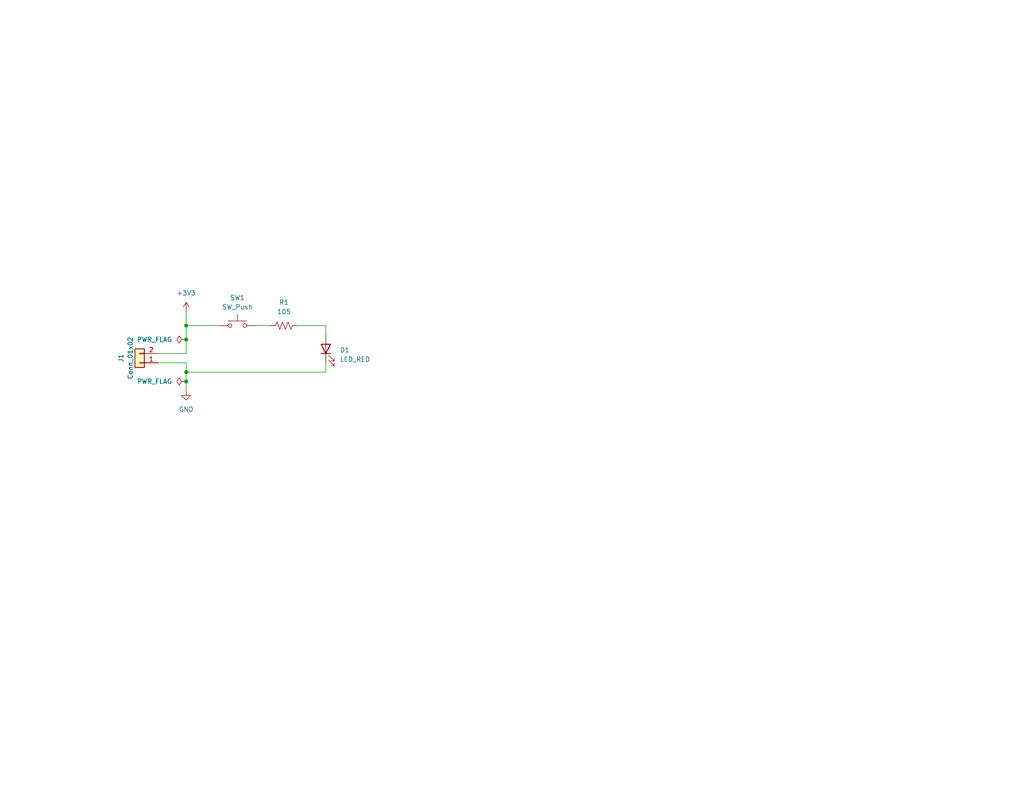
<source format=kicad_sch>
(kicad_sch (version 20230121) (generator eeschema)
  (paper "USLetter")
  (title_block (title "LED Circuit") (date "2023-09-07") (rev "1.0") (company "Illini Solar Car") (comment 1 "Designed By: Oscar Li"))
  (lib_symbols
    (symbol "Connector_Generic:Conn_01x02" (pin_names (offset 1.016) hide)
      (property "Reference" "J" (at 0 2.54 0))
      (property "Value" "Conn_01x02" (at 0 -5.08 0))
      (symbol "Conn_01x02_1_1"
        (rectangle (start -1.27 -2.413) (end 0 -2.667) (stroke (width 0.1524)))
        (rectangle (start -1.27 0.127) (end 0 -0.127) (stroke (width 0.1524)))
        (rectangle (start -1.27 1.27) (end 1.27 -3.81) (stroke (width 0.254)) (fill (type background)))
        (pin passive line (at -5.08 0 0) (length 3.81) (name "Pin_1") (number "1"))
        (pin passive line (at -5.08 -2.54 0) (length 3.81) (name "Pin_2") (number "2"))
      )
    )
    (symbol "Device:R_US" (pin_numbers hide) (pin_names (offset 0))
      (property "Reference" "R" (at 2.54 0 90))
      (property "Value" "R_US" (at -2.54 0 90))
      (symbol "R_US_0_1"
        (polyline (pts (xy 0 -2.286) (xy 0 -2.54)))
        (polyline (pts (xy 0 2.286) (xy 0 2.54)))
        (polyline (pts (xy 0 -0.762) (xy 1.016 -1.143) (xy 0 -1.524) (xy -1.016 -1.905) (xy 0 -2.286)))
        (polyline (pts (xy 0 0.762) (xy 1.016 0.381) (xy 0 0) (xy -1.016 -0.381) (xy 0 -0.762)))
        (polyline (pts (xy 0 2.286) (xy 1.016 1.905) (xy 0 1.524) (xy -1.016 1.143) (xy 0 0.762)))
      )
      (symbol "R_US_1_1"
        (pin passive line (at 0 3.81 270) (length 1.27) (name "~") (number "1"))
        (pin passive line (at 0 -3.81 90) (length 1.27) (name "~") (number "2"))
      )
    )
    (symbol "Switch:SW_Push" (pin_numbers hide) (pin_names (offset 1.016) hide)
      (property "Reference" "SW" (at 1.27 2.54 0))
      (property "Value" "SW_Push" (at 0 -1.524 0))
      (symbol "SW_Push_0_1"
        (circle (center -2.032 0) (radius 0.508))
        (polyline (pts (xy 0 1.27) (xy 0 3.048)))
        (polyline (pts (xy 2.54 1.27) (xy -2.54 1.27)))
        (circle (center 2.032 0) (radius 0.508))
        (pin passive line (at -5.08 0 0) (length 2.54) (name "1") (number "1"))
        (pin passive line (at 5.08 0 180) (length 2.54) (name "2") (number "2"))
      )
    )
    (symbol "device:LED" (pin_numbers hide) (pin_names (offset 1.016) hide)
      (property "Reference" "D" (at 0 2.54 0))
      (property "Value" "LED" (at 0 -2.54 0))
      (symbol "LED_0_1"
        (polyline (pts (xy -1.27 -1.27) (xy -1.27 1.27)) (stroke (width 0.254)))
        (polyline (pts (xy -1.27 0) (xy 1.27 0)))
        (polyline (pts (xy 1.27 -1.27) (xy 1.27 1.27) (xy -1.27 0) (xy 1.27 -1.27)) (stroke (width 0.254)))
        (polyline (pts (xy -3.048 -0.762) (xy -4.572 -2.286) (xy -3.81 -2.286) (xy -4.572 -2.286) (xy -4.572 -1.524)))
        (polyline (pts (xy -1.778 -0.762) (xy -3.302 -2.286) (xy -2.54 -2.286) (xy -3.302 -2.286) (xy -3.302 -1.524)))
      )
      (symbol "LED_1_1"
        (pin passive line (at -3.81 0 0) (length 2.54) (name "K") (number "1"))
        (pin passive line (at 3.81 0 180) (length 2.54) (name "A") (number "2"))
      )
    )
    (symbol "power:+3V3" (power) (pin_names (offset 0))
      (property "Value" "+3V3" (at 0 3.556 0))
      (symbol "+3V3_0_1"
        (polyline (pts (xy -0.762 1.27) (xy 0 2.54)))
        (polyline (pts (xy 0 0) (xy 0 2.54)))
        (polyline (pts (xy 0 2.54) (xy 0.762 1.27)))
      )
      (symbol "+3V3_1_1"
        (pin power_in line (at 0 0 90) (length 0) hide (name "+3V3") (number "1"))
      )
    )
    (symbol "power:GND" (power) (pin_names (offset 0))
      (property "Value" "GND" (at 0 -3.81 0))
      (symbol "GND_0_1"
        (polyline (pts (xy 0 0) (xy 0 -1.27) (xy 1.27 -1.27) (xy 0 -2.54) (xy -1.27 -1.27) (xy 0 -1.27)))
      )
      (symbol "GND_1_1"
        (pin power_in line (at 0 0 270) (length 0) hide (name "GND") (number "1"))
      )
    )
    (symbol "power:PWR_FLAG" (power) (pin_numbers hide) (pin_names (offset 0) hide)
      (property "Value" "PWR_FLAG" (at 0 3.81 0))
      (symbol "PWR_FLAG_0_0"
        (pin power_out line (at 0 0 90) (length 0) (name "pwr") (number "1"))
      )
      (symbol "PWR_FLAG_0_1"
        (polyline (pts (xy 0 0) (xy 0 1.27) (xy -1.016 1.905) (xy 0 2.54) (xy 1.016 1.905) (xy 0 1.27)))
      )
    )
  )
  (junction (at 50.8 92.71))
  (junction (at 50.8 104.14))
  (junction (at 50.8 88.9))
  (junction (at 50.8 101.6))
  (wire (pts (xy 50.8 88.9) (xy 50.8 85.09)))
  (wire (pts (xy 50.8 104.14) (xy 50.8 106.68)))
  (wire (pts (xy 88.9 88.9) (xy 88.9 91.44)))
  (wire (pts (xy 43.18 99.06) (xy 50.8 99.06)))
  (wire (pts (xy 50.8 92.71) (xy 50.8 88.9)))
  (wire (pts (xy 88.9 99.06) (xy 88.9 101.6)))
  (wire (pts (xy 50.8 99.06) (xy 50.8 101.6)))
  (wire (pts (xy 50.8 88.9) (xy 59.69 88.9)))
  (wire (pts (xy 43.18 96.52) (xy 50.8 96.52)))
  (wire (pts (xy 81.28 88.9) (xy 88.9 88.9)))
  (wire (pts (xy 50.8 96.52) (xy 50.8 92.71)))
  (wire (pts (xy 69.85 88.9) (xy 73.66 88.9)))
  (wire (pts (xy 88.9 101.6) (xy 50.8 101.6)))
  (wire (pts (xy 50.8 101.6) (xy 50.8 104.14)))
  (symbol (lib_id "power:PWR_FLAG") (at 50.8 92.71 90) (unit 1)
    (property "Reference" "#FLG02" (effects hide))
    (property "Value" "PWR_FLAG" (at 46.99 92.71 90) (effects (justify left)))
  )
  (symbol (lib_id "power:GND") (at 50.8 106.68 0) (unit 1)
    (property "Reference" "#PWR02" (effects hide))
    (property "Value" "GND" (at 50.8 111.76 0))
  )
  (symbol (lib_id "Device:R_US") (at 77.47 88.9 90) (unit 1)
    (property "Reference" "R1" (at 77.47 82.55 90))
    (property "Value" "105" (at 77.47 85.09 90))
    (property "Footprint" "Resistor_SMD:R_0603_1608Metric_Pad0.98x0.95mm_HandSolder" (effects hide))
  )
  (symbol (lib_id "power:PWR_FLAG") (at 50.8 104.14 90) (unit 1)
    (property "Reference" "#FLG01" (effects hide))
    (property "Value" "PWR_FLAG" (at 46.99 104.14 90) (effects (justify left)))
  )
  (symbol (lib_id "Switch:SW_Push") (at 64.77 88.9 0) (unit 1)
    (property "Reference" "SW1" (at 64.77 81.28 0))
    (property "Value" "SW_Push" (at 64.77 83.82 0))
    (property "Footprint" "Button_Switch_SMD:SW_DIP_SPSTx01_Slide_6.7x4.1mm_W8.61mm_P2.54mm_LowProfile" (effects hide))
    (property "Datasheet" "https://www.te.com/usa-en/product-1825910-6.datasheet.pdf" (effects hide))
    (property "MPN" "1825910-6" (effects hide))
  )
  (symbol (lib_id "device:LED") (at 88.9 95.25 90) (unit 1)
    (property "Reference" "D1" (at 92.71 95.5675 90) (effects (justify right)))
    (property "Value" "LED_RED" (at 92.71 98.1075 90) (effects (justify right)))
    (property "Footprint" "layout:LED_0603_Symbol_on_F.SilkS" (effects hide))
  )
  (symbol (lib_id "power:+3V3") (at 50.8 85.09 0) (unit 1)
    (property "Reference" "#PWR01" (effects hide))
    (property "Value" "+3V3" (at 50.8 80.01 0))
  )
  (symbol (lib_id "Connector_Generic:Conn_01x02") (at 38.1 99.06 180) (unit 1)
    (property "Reference" "J1" (at 33.02 97.79 90))
    (property "Value" "Conn_01x02" (at 35.56 97.79 90))
    (property "Footprint" "Connector_Molex:Molex_KK-254_AE-6410-02A_1x02_P2.54mm_Vertical" (effects hide))
    (property "Datasheet" "https://tools.molex.com/pdm_docs/sd/022272021_sd.pdf" (effects hide))
    (property "MPN" "022272021" (effects hide))
  )
)
</source>
